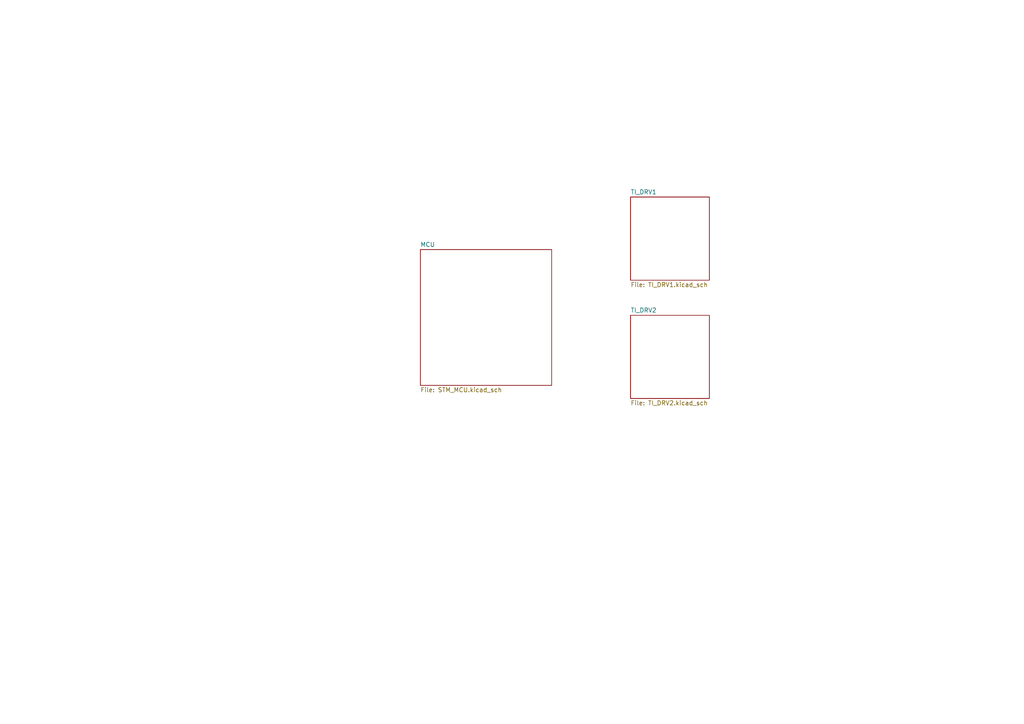
<source format=kicad_sch>
(kicad_sch (version 20230121) (generator eeschema)

  (uuid 611dd54e-c711-4af1-839a-27cad68a278e)

  (paper "A4")

  (lib_symbols
  )


  (sheet (at 182.88 57.15) (size 22.86 24.13) (fields_autoplaced)
    (stroke (width 0.1524) (type solid))
    (fill (color 0 0 0 0.0000))
    (uuid 73ee5507-b4b4-402c-8374-1d6d07b33cbd)
    (property "Sheetname" "TI_DRV1" (at 182.88 56.4384 0)
      (effects (font (size 1.27 1.27)) (justify left bottom))
    )
    (property "Sheetfile" "TI_DRV1.kicad_sch" (at 182.88 81.8646 0)
      (effects (font (size 1.27 1.27)) (justify left top))
    )
    (instances
      (project "EastabrookaBLDC_Project"
        (path "/611dd54e-c711-4af1-839a-27cad68a278e" (page "3"))
      )
    )
  )

  (sheet (at 182.88 91.44) (size 22.86 24.13) (fields_autoplaced)
    (stroke (width 0.1524) (type solid))
    (fill (color 0 0 0 0.0000))
    (uuid cce7b83c-efde-4daa-86ac-4a7b4bccd01e)
    (property "Sheetname" "TI_DRV2" (at 182.88 90.7284 0)
      (effects (font (size 1.27 1.27)) (justify left bottom))
    )
    (property "Sheetfile" "TI_DRV2.kicad_sch" (at 182.88 116.1546 0)
      (effects (font (size 1.27 1.27)) (justify left top))
    )
    (instances
      (project "EastabrookaBLDC_Project"
        (path "/611dd54e-c711-4af1-839a-27cad68a278e" (page "4"))
      )
    )
  )

  (sheet (at 121.92 72.39) (size 38.1 39.37) (fields_autoplaced)
    (stroke (width 0.1524) (type solid))
    (fill (color 0 0 0 0.0000))
    (uuid d14f6801-36da-4e75-bd91-8f5244513571)
    (property "Sheetname" "MCU" (at 121.92 71.6784 0)
      (effects (font (size 1.27 1.27)) (justify left bottom))
    )
    (property "Sheetfile" "STM_MCU.kicad_sch" (at 121.92 112.3446 0)
      (effects (font (size 1.27 1.27)) (justify left top))
    )
    (instances
      (project "EastabrookaBLDC_Project"
        (path "/611dd54e-c711-4af1-839a-27cad68a278e" (page "2"))
      )
    )
  )

  (sheet_instances
    (path "/" (page "1"))
  )
)

</source>
